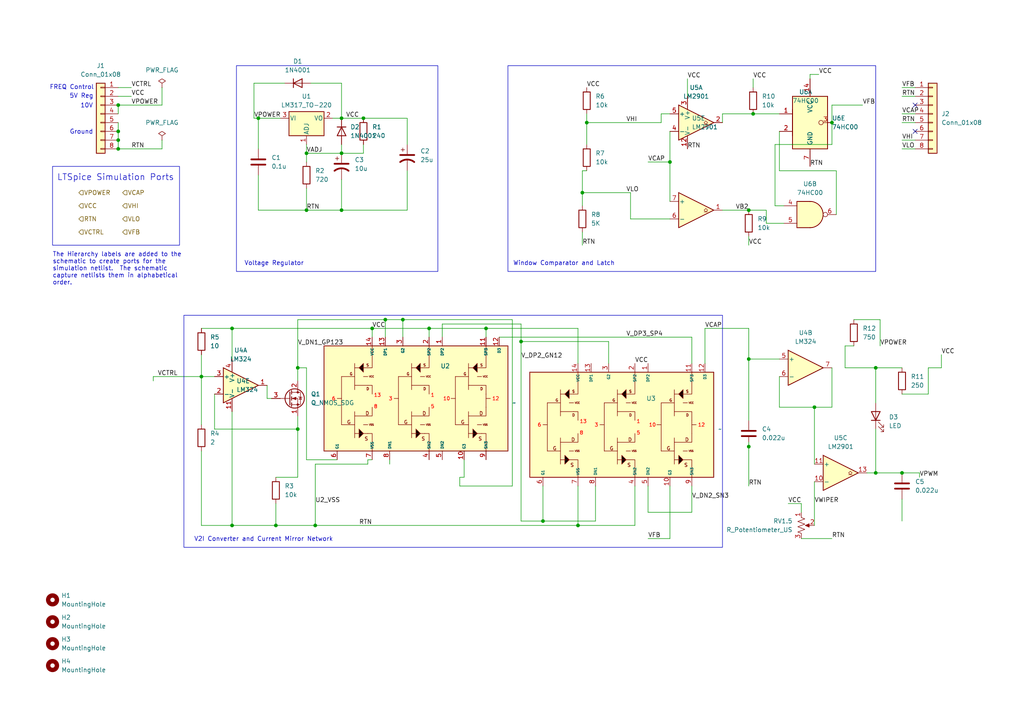
<source format=kicad_sch>
(kicad_sch (version 20231120) (generator "eeschema") (generator_version "8.0")
  (paper "A4")
  (title_block (title "VCO Schematic"))
  (lib_symbols
    (symbol "1N4001:1N4001" (pin_numbers hide) (pin_names hide)
      (property "Reference" "D3" (at -1.2701 2.54 90))
      (property "Value" "1N4001" (at 1.2699 2.54 90))
      (symbol "1N4001_1_1"
        (pin passive line (at -3.81 0 0) (length 2.54) (name "K") (number "1"))
        (pin passive line (at 3.81 0 180) (length 2.54) (name "A") (number "2"))
      )
    )
    (symbol "74HC00:74HC00" (pin_names (offset 1.016))
      (property "Reference" "U6" (at -0.0083 8.89 0))
      (property "Value" "74HC00" (at -0.0083 6.35 0))
      (symbol "74HC00_1_1"
        (pin input line (at -7.62 2.54 0) (length 3.81) (name "~") (number "1"))
        (pin input line (at -7.62 -2.54 0) (length 3.81) (name "~") (number "2"))
        (pin output inverted (at 7.62 0 180) (length 3.81) (name "~") (number "3"))
      )
      (symbol "74HC00_1_2"
        (pin input inverted (at -7.62 2.54 0) (length 4.318) (name "~") (number "1"))
        (pin input inverted (at -7.62 -2.54 0) (length 4.318) (name "~") (number "2"))
        (pin output line (at 7.62 0 180) (length 3.81) (name "~") (number "3"))
      )
      (symbol "74HC00_2_1"
        (pin input line (at -7.62 2.54 0) (length 3.81) (name "~") (number "4"))
        (pin input line (at -7.62 -2.54 0) (length 3.81) (name "~") (number "5"))
        (pin output inverted (at 7.62 0 180) (length 3.81) (name "~") (number "6"))
      )
      (symbol "74HC00_2_2"
        (pin input inverted (at -7.62 2.54 0) (length 4.318) (name "~") (number "4"))
        (pin input inverted (at -7.62 -2.54 0) (length 4.318) (name "~") (number "5"))
        (pin output line (at 7.62 0 180) (length 3.81) (name "~") (number "6"))
      )
      (symbol "74HC00_3_1"
        (pin input line (at -7.62 -2.54 0) (length 3.81) (name "~") (number "10"))
        (pin output inverted (at 7.62 0 180) (length 3.81) (name "~") (number "8"))
        (pin input line (at -7.62 2.54 0) (length 3.81) (name "~") (number "9"))
      )
      (symbol "74HC00_3_2"
        (pin input inverted (at -7.62 -2.54 0) (length 4.318) (name "~") (number "10"))
        (pin output line (at 7.62 0 180) (length 3.81) (name "~") (number "8"))
        (pin input inverted (at -7.62 2.54 0) (length 4.318) (name "~") (number "9"))
      )
      (symbol "74HC00_4_1"
        (pin output inverted (at 7.62 0 180) (length 3.81) (name "~") (number "11"))
        (pin input line (at -7.62 2.54 0) (length 3.81) (name "~") (number "12"))
        (pin input line (at -7.62 -2.54 0) (length 3.81) (name "~") (number "13"))
      )
      (symbol "74HC00_4_2"
        (pin output line (at 7.62 0 180) (length 3.81) (name "~") (number "11"))
        (pin input inverted (at -7.62 2.54 0) (length 4.318) (name "~") (number "12"))
        (pin input inverted (at -7.62 -2.54 0) (length 4.318) (name "~") (number "13"))
      )
      (symbol "74HC00_5_0"
        (pin power_in line (at 0 12.7 270) (length 5.08) (name "VCC") (number "14"))
        (pin power_in line (at 0 -12.7 90) (length 5.08) (name "GND") (number "7"))
      )
    )
    (symbol "C:C" (pin_numbers hide) (pin_names (offset 0.254))
      (property "Reference" "C2" (at 3.81 1.2701 0))
      (property "Value" "0.022u" (at 3.81 -1.2699 0))
      (symbol "C_1_1"
        (pin passive line (at 0 3.81 270) (length 2.794) (name "~") (number "1"))
        (pin passive line (at 0 -3.81 90) (length 2.794) (name "~") (number "2"))
      )
    )
    (symbol "CD4007UBE:CD4007UBE"
      (property "Reference" "U3" (at 27.94 0.6351 0))
      (property "Value" "~" (at 27.94 -1.27 0))
      (symbol "CD4007UBE_1_1"
        (text "1" (at 4.826 1.016 0) (effects (font (size 1.016 1.016))))
        (text "10" (at 8.89 0 0) (effects (font (size 1.016 1.016))))
        (text "12" (at 23.114 0 0) (effects (font (size 1.016 1.016))))
        (text "13" (at -11.176 1.016 0) (effects (font (size 1.016 1.016))))
        (text "3" (at -7.366 0 0) (effects (font (size 1.016 1.016))))
        (text "5" (at 4.826 -2.286 0) (effects (font (size 1.016 1.016))))
        (text "6" (at -23.876 0 0) (effects (font (size 1.016 1.016))))
        (text "8" (at -11.684 -2.286 0) (effects (font (size 1.016 1.016))))
        (text "D" (at -14.732 -4.318 0) (effects (font (size 1.016 1.016)) (justify left)))
        (text "D" (at -14.478 2.794 0) (effects (font (size 0.762 0.762)) (justify left)))
        (text "D" (at 1.778 -4.318 0) (effects (font (size 1.016 1.016)) (justify left)))
        (text "D" (at 2.032 2.794 0) (effects (font (size 0.762 0.762)) (justify left)))
        (text "D" (at 18.288 -4.318 0) (effects (font (size 1.016 1.016)) (justify left)))
        (text "D" (at 18.542 2.794 0) (effects (font (size 0.762 0.762)) (justify left)))
        (text "G" (at -20.066 -6.858 0) (effects (font (size 1.016 1.016)) (justify left)))
        (text "G" (at -19.304 7.112 0) (effects (font (size 0.762 0.762)) (justify left)))
        (text "G" (at -3.556 -6.858 0) (effects (font (size 1.016 1.016)) (justify left)))
        (text "G" (at -2.794 7.112 0) (effects (font (size 0.762 0.762)) (justify left)))
        (text "G" (at 12.954 -6.858 0) (effects (font (size 1.016 1.016)) (justify left)))
        (text "G" (at 13.716 7.112 0) (effects (font (size 0.762 0.762)) (justify left)))
        (text "S" (at -14.986 -11.684 0) (effects (font (size 1.016 1.016)) (justify left)))
        (text "S" (at -14.478 9.652 0) (effects (font (size 0.762 0.762)) (justify left)))
        (text "S" (at 1.524 -11.684 0) (effects (font (size 1.016 1.016)) (justify left)))
        (text "S" (at 2.032 9.652 0) (effects (font (size 0.762 0.762)) (justify left)))
        (text "S" (at 18.034 -11.684 0) (effects (font (size 1.016 1.016)) (justify left)))
        (text "S" (at 18.542 9.652 0) (effects (font (size 0.762 0.762)) (justify left)))
        (text "VCC" (at -13.716 6.35 0) (effects (font (size 0.508 0.508)) (justify left)))
        (text "VCC" (at 2.794 6.35 0) (effects (font (size 0.508 0.508)) (justify left)))
        (text "VCC" (at 19.304 6.35 0) (effects (font (size 0.508 0.508)) (justify left)))
        (text "VSS" (at -13.716 -7.62 0) (effects (font (size 0.508 0.508)) (justify left)))
        (text "VSS" (at 2.794 -7.62 0) (effects (font (size 0.508 0.508)) (justify left)))
        (text "VSS" (at 19.304 -7.62 0) (effects (font (size 0.508 0.508)) (justify left)))
        (pin output line (at 7.62 17.78 270) (length 2.54) (name "DP2") (number "1"))
        (pin input line (at 13.97 -17.78 90) (length 2.54) (name "G3") (number "10"))
        (pin input line (at 20.32 17.78 270) (length 2.54) (name "SP3") (number "11"))
        (pin output line (at 24.13 17.78 270) (length 2.54) (name "D3") (number "12"))
        (pin output line (at -8.89 17.78 270) (length 2.54) (name "DP1") (number "13"))
        (pin input line (at -12.7 17.78 270) (length 2.54) (name "VCC") (number "14"))
        (pin input line (at 3.81 17.78 270) (length 2.54) (name "SP2") (number "2"))
        (pin input line (at -3.81 17.78 270) (length 2.54) (name "G2") (number "3"))
        (pin input line (at 3.81 -17.78 90) (length 2.54) (name "SN2") (number "4"))
        (pin output line (at 7.62 -17.78 90) (length 2.54) (name "DN2") (number "5"))
        (pin input line (at -22.86 -17.78 90) (length 2.54) (name "G1") (number "6"))
        (pin input line (at -12.7 -17.78 90) (length 2.54) (name "VSS") (number "7"))
        (pin output line (at -7.62 -17.78 90) (length 2.54) (name "DN1") (number "8"))
        (pin input line (at 20.32 -17.78 90) (length 2.54) (name "SN3") (number "9"))
      )
    )
    (symbol "C_polarized_us:C_Polarized_US" (pin_numbers hide) (pin_names (offset 0.254) hide)
      (property "Reference" "C1" (at 3.81 1.9051 0))
      (property "Value" "10u" (at 3.81 -0.6349 0))
      (symbol "C_Polarized_US_1_1"
        (pin passive line (at 0 3.81 270) (length 2.794) (name "~") (number "1"))
        (pin passive line (at 0 -3.81 90) (length 3.302) (name "~") (number "2"))
      )
    )
    (symbol "Conn_01x08:Conn_01x08" (pin_names (offset 1.016) hide)
      (property "Reference" "J1" (at 0 13.97 0))
      (property "Value" "Conn_01x08" (at 0 11.43 0))
      (symbol "Conn_01x08_1_1"
        (pin passive line (at -5.08 7.62 0) (length 3.81) (name "Pin_1") (number "1"))
        (pin passive line (at -5.08 5.08 0) (length 3.81) (name "Pin_2") (number "2"))
        (pin passive line (at -5.08 2.54 0) (length 3.81) (name "Pin_3") (number "3"))
        (pin passive line (at -5.08 0 0) (length 3.81) (name "Pin_4") (number "4"))
        (pin passive line (at -5.08 -2.54 0) (length 3.81) (name "Pin_5") (number "5"))
        (pin passive line (at -5.08 -5.08 0) (length 3.81) (name "Pin_6") (number "6"))
        (pin passive line (at -5.08 -7.62 0) (length 3.81) (name "Pin_7") (number "7"))
        (pin passive line (at -5.08 -10.16 0) (length 3.81) (name "Pin_8") (number "8"))
      )
    )
    (symbol "LED:LED" (pin_numbers hide) (pin_names (offset 1.016) hide)
      (property "Reference" "D1" (at -1.5875 6.35 0))
      (property "Value" "LED" (at -1.5875 3.81 0))
      (symbol "LED_1_1"
        (pin passive line (at -3.81 0 0) (length 2.54) (name "K") (number "1"))
        (pin passive line (at 3.81 0 180) (length 2.54) (name "A") (number "2"))
      )
    )
    (symbol "LM2901:LM2901" (pin_names (offset 0.127))
      (property "Reference" "U5" (at 0 10.16 0))
      (property "Value" "LM2901" (at 0 7.62 0))
      (symbol "LM2901_1_1"
        (pin open_collector line (at 7.62 0 180) (length 2.54) (name "~") (number "2"))
        (pin input line (at -7.62 -2.54 0) (length 2.54) (name "-") (number "4"))
        (pin input line (at -7.62 2.54 0) (length 2.54) (name "+") (number "5"))
      )
      (symbol "LM2901_2_1"
        (pin open_collector line (at 7.62 0 180) (length 2.54) (name "~") (number "1"))
        (pin input line (at -7.62 -2.54 0) (length 2.54) (name "-") (number "6"))
        (pin input line (at -7.62 2.54 0) (length 2.54) (name "+") (number "7"))
      )
      (symbol "LM2901_3_1"
        (pin input line (at -7.62 -2.54 0) (length 2.54) (name "-") (number "10"))
        (pin input line (at -7.62 2.54 0) (length 2.54) (name "+") (number "11"))
        (pin open_collector line (at 7.62 0 180) (length 2.54) (name "~") (number "13"))
      )
      (symbol "LM2901_4_1"
        (pin open_collector line (at 7.62 0 180) (length 2.54) (name "~") (number "14"))
        (pin input line (at -7.62 -2.54 0) (length 2.54) (name "-") (number "8"))
        (pin input line (at -7.62 2.54 0) (length 2.54) (name "+") (number "9"))
      )
      (symbol "LM2901_5_1"
        (pin power_in line (at -2.54 -7.62 90) (length 3.81) (name "V-") (number "12"))
        (pin power_in line (at -2.54 7.62 270) (length 3.81) (name "V+") (number "3"))
      )
    )
    (symbol "LM317_to-220:LM317_TO-220" (pin_names (offset 0.254))
      (property "Reference" "U3" (at 0 6.35 0))
      (property "Value" "LM317_TO-220" (at 0 3.81 0))
      (symbol "LM317_TO-220_1_1"
        (pin input line (at 0 -7.62 90) (length 2.54) (name "ADJ") (number "1"))
        (pin power_out line (at 7.62 0 180) (length 2.54) (name "VO") (number "2"))
        (pin power_in line (at -7.62 0 0) (length 2.54) (name "VI") (number "3"))
      )
    )
    (symbol "LM324:LM324" (pin_names (offset 0.127))
      (property "Reference" "U2" (at 0 10.16 0))
      (property "Value" "LM324" (at 0 7.62 0))
      (symbol "LM324_1_1"
        (pin output line (at 7.62 0 180) (length 2.54) (name "~") (number "1"))
        (pin input line (at -7.62 -2.54 0) (length 2.54) (name "-") (number "2"))
        (pin input line (at -7.62 2.54 0) (length 2.54) (name "+") (number "3"))
      )
      (symbol "LM324_2_1"
        (pin input line (at -7.62 2.54 0) (length 2.54) (name "+") (number "5"))
        (pin input line (at -7.62 -2.54 0) (length 2.54) (name "-") (number "6"))
        (pin output line (at 7.62 0 180) (length 2.54) (name "~") (number "7"))
      )
      (symbol "LM324_3_1"
        (pin input line (at -7.62 2.54 0) (length 2.54) (name "+") (number "10"))
        (pin output line (at 7.62 0 180) (length 2.54) (name "~") (number "8"))
        (pin input line (at -7.62 -2.54 0) (length 2.54) (name "-") (number "9"))
      )
      (symbol "LM324_4_1"
        (pin input line (at -7.62 2.54 0) (length 2.54) (name "+") (number "12"))
        (pin input line (at -7.62 -2.54 0) (length 2.54) (name "-") (number "13"))
        (pin output line (at 7.62 0 180) (length 2.54) (name "~") (number "14"))
      )
      (symbol "LM324_5_1"
        (pin power_in line (at -2.54 -7.62 90) (length 3.81) (name "V-") (number "11"))
        (pin power_in line (at -2.54 7.62 270) (length 3.81) (name "V+") (number "4"))
      )
    )
    (symbol "Mountinghole:MountingHole" (pin_names (offset 1.016)) (exclude_from_sim yes) (in_bom no)
      (property "Reference" "H1" (at 2.54 1.2701 0))
      (property "Value" "MountingHole" (at 2.54 -1.2699 0))
    )
    (symbol "Q_nmos_sdg:Q_NMOS_SDG" (pin_names (offset 0) hide)
      (property "Reference" "Q1" (at 6.35 1.2701 0))
      (property "Value" "Q_NMOS_SDG" (at 6.35 -1.2699 0))
      (symbol "Q_NMOS_SDG_1_1"
        (pin passive line (at 2.54 -5.08 90) (length 2.54) (name "S") (number "1"))
        (pin passive line (at 2.54 5.08 270) (length 2.54) (name "D") (number "2"))
        (pin input line (at -5.08 0 0) (length 2.54) (name "G") (number "3"))
      )
    )
    (symbol "R:R" (pin_numbers hide) (pin_names (offset 0))
      (property "Reference" "R1" (at 2.54 1.2701 0))
      (property "Value" "10k" (at 2.54 -1.2699 0))
      (symbol "R_1_1"
        (pin passive line (at 0 3.81 270) (length 1.27) (name "~") (number "1"))
        (pin passive line (at 0 -3.81 90) (length 1.27) (name "~") (number "2"))
      )
    )
    (symbol "R_potentiometer_us:R_Potentiometer_US" (pin_names (offset 1.016) hide)
      (property "Reference" "RV1" (at -2.54 1.2701 0))
      (property "Value" "R_Potentiometer_US" (at -2.54 -1.2699 0))
      (symbol "R_Potentiometer_US_1_1"
        (pin passive line (at 0 3.81 270) (length 1.27) (name "1") (number "1"))
        (pin passive line (at 3.81 0 180) (length 1.27) (name "2") (number "2"))
        (pin passive line (at 0 -3.81 90) (length 1.27) (name "3") (number "3"))
      )
    )
    (symbol "power:PWR_FLAG" (power) (pin_numbers hide) (pin_names (offset 0) hide)
      (property "Value" "PWR_FLAG" (at 0 3.81 0))
      (symbol "PWR_FLAG_0_0"
        (pin power_out line (at 0 0 90) (length 0) (name "~") (number "1"))
      )
    )
  )
  (junction (at 80.01 152.4))
  (junction (at 167.64 152.4))
  (junction (at 58.42 109.22))
  (junction (at 91.44 152.4))
  (junction (at 170.18 35.56))
  (junction (at 74.93 34.29))
  (junction (at 140.97 95.25))
  (junction (at 86.36 106.68))
  (junction (at 107.95 95.25))
  (junction (at 254 137.16))
  (junction (at 157.48 151.13))
  (junction (at 34.29 30.48))
  (junction (at 124.46 95.25))
  (junction (at 99.06 34.29))
  (junction (at 67.31 152.4))
  (junction (at 194.31 46.99))
  (junction (at 99.06 60.96))
  (junction (at 116.84 92.71))
  (junction (at 151.13 99.06))
  (junction (at 261.62 137.16))
  (junction (at 254 106.68))
  (junction (at 88.9 44.45))
  (junction (at 241.3 35.56))
  (junction (at 217.17 60.96))
  (junction (at 168.91 55.88))
  (junction (at 34.29 40.64))
  (junction (at 217.17 129.54))
  (junction (at 34.29 38.1))
  (junction (at 218.44 33.02))
  (junction (at 34.29 43.18))
  (junction (at 88.9 60.96))
  (junction (at 111.76 92.71))
  (junction (at 105.41 34.29))
  (junction (at 236.22 118.11))
  (junction (at 99.06 44.45))
  (junction (at 217.17 104.14))
  (junction (at 67.31 95.25))
  (junction (at 86.36 124.46))
  (no_connect (at 265.43 38.1))
  (no_connect (at 265.43 30.48))
  (wire (pts (xy 58.42 152.4) (xy 67.31 152.4)))
  (wire (pts (xy 91.44 152.4) (xy 167.64 152.4)))
  (wire (pts (xy 58.42 109.22) (xy 58.42 123.19)))
  (wire (pts (xy 254 137.16) (xy 254 124.46)))
  (wire (pts (xy 113.03 133.35) (xy 113.03 134.62)))
  (wire (pts (xy 151.13 93.98) (xy 151.13 99.06)))
  (wire (pts (xy 86.36 106.68) (xy 86.36 110.49)))
  (wire (pts (xy 88.9 41.91) (xy 88.9 44.45)))
  (wire (pts (xy 254 137.16) (xy 261.62 137.16)))
  (wire (pts (xy 170.18 35.56) (xy 170.18 41.91)))
  (wire (pts (xy 74.93 34.29) (xy 81.28 34.29)))
  (wire (pts (xy 217.17 104.14) (xy 226.06 104.14)))
  (wire (pts (xy 170.18 33.02) (xy 170.18 35.56)))
  (wire (pts (xy 242.57 49.53) (xy 242.57 62.23)))
  (wire (pts (xy 218.44 33.02) (xy 226.06 33.02)))
  (wire (pts (xy 134.62 133.35) (xy 134.62 138.43)))
  (wire (pts (xy 226.06 38.1) (xy 226.06 49.53)))
  (wire (pts (xy 168.91 49.53) (xy 170.18 49.53)))
  (wire (pts (xy 80.01 138.43) (xy 86.36 138.43)))
  (wire (pts (xy 191.77 35.56) (xy 191.77 33.02)))
  (wire (pts (xy 144.78 97.79) (xy 200.66 97.79)))
  (wire (pts (xy 111.76 92.71) (xy 111.76 97.79)))
  (wire (pts (xy 269.24 114.3) (xy 269.24 106.68)))
  (wire (pts (xy 184.15 152.4) (xy 167.64 152.4)))
  (wire (pts (xy 97.79 133.35) (xy 88.9 133.35)))
  (wire (pts (xy 236.22 118.11) (xy 236.22 134.62)))
  (wire (pts (xy 241.3 41.91) (xy 241.3 35.56)))
  (wire (pts (xy 124.46 95.25) (xy 124.46 97.79)))
  (wire (pts (xy 209.55 35.56) (xy 209.55 33.02)))
  (wire (pts (xy 204.47 95.25) (xy 217.17 95.25)))
  (wire (pts (xy 273.05 102.87) (xy 273.05 106.68)))
  (wire (pts (xy 199.39 22.86) (xy 199.39 27.94)))
  (wire (pts (xy 151.13 99.06) (xy 151.13 151.13)))
  (wire (pts (xy 99.06 24.13) (xy 99.06 34.29)))
  (wire (pts (xy 184.15 140.97) (xy 184.15 152.4)))
  (wire (pts (xy 73.66 34.29) (xy 74.93 34.29)))
  (wire (pts (xy 241.3 106.68) (xy 241.3 118.11)))
  (wire (pts (xy 99.06 60.96) (xy 118.11 60.96)))
  (wire (pts (xy 44.45 109.22) (xy 44.45 110.49)))
  (wire (pts (xy 217.17 129.54) (xy 217.17 140.97)))
  (wire (pts (xy 245.11 106.68) (xy 245.11 100.33)))
  (wire (pts (xy 234.95 21.59) (xy 237.49 21.59)))
  (wire (pts (xy 86.36 92.71) (xy 86.36 106.68)))
  (wire (pts (xy 222.25 64.77) (xy 227.33 64.77)))
  (wire (pts (xy 194.31 46.99) (xy 194.31 58.42)))
  (wire (pts (xy 99.06 34.29) (xy 105.41 34.29)))
  (wire (pts (xy 200.66 97.79) (xy 200.66 105.41)))
  (wire (pts (xy 232.41 156.21) (xy 241.3 156.21)))
  (wire (pts (xy 217.17 128.27) (xy 217.17 129.54)))
  (wire (pts (xy 116.84 97.79) (xy 116.84 92.71)))
  (wire (pts (xy 74.93 50.8) (xy 74.93 60.96)))
  (wire (pts (xy 191.77 33.02) (xy 194.31 33.02)))
  (wire (pts (xy 111.76 92.71) (xy 86.36 92.71)))
  (wire (pts (xy 90.17 24.13) (xy 99.06 24.13)))
  (wire (pts (xy 261.62 114.3) (xy 269.24 114.3)))
  (wire (pts (xy 34.29 43.18) (xy 46.99 43.18)))
  (wire (pts (xy 133.35 138.43) (xy 133.35 140.97)))
  (wire (pts (xy 209.55 60.96) (xy 217.17 60.96)))
  (wire (pts (xy 182.88 55.88) (xy 168.91 55.88)))
  (wire (pts (xy 105.41 41.91) (xy 105.41 44.45)))
  (wire (pts (xy 182.88 63.5) (xy 182.88 55.88)))
  (wire (pts (xy 269.24 106.68) (xy 273.05 106.68)))
  (wire (pts (xy 34.29 40.64) (xy 34.29 43.18)))
  (wire (pts (xy 217.17 95.25) (xy 217.17 104.14)))
  (wire (pts (xy 88.9 60.96) (xy 99.06 60.96)))
  (wire (pts (xy 148.59 140.97) (xy 148.59 92.71)))
  (wire (pts (xy 99.06 52.07) (xy 99.06 60.96)))
  (wire (pts (xy 254 116.84) (xy 254 106.68)))
  (wire (pts (xy 80.01 152.4) (xy 91.44 152.4)))
  (wire (pts (xy 99.06 44.45) (xy 105.41 44.45)))
  (wire (pts (xy 107.95 133.35) (xy 106.68 133.35)))
  (wire (pts (xy 118.11 41.91) (xy 118.11 34.29)))
  (wire (pts (xy 148.59 92.71) (xy 116.84 92.71)))
  (wire (pts (xy 172.72 140.97) (xy 172.72 151.13)))
  (wire (pts (xy 265.43 25.4) (xy 261.62 25.4)))
  (wire (pts (xy 187.96 148.59) (xy 200.66 148.59)))
  (wire (pts (xy 194.31 63.5) (xy 182.88 63.5)))
  (wire (pts (xy 170.18 35.56) (xy 191.77 35.56)))
  (wire (pts (xy 167.64 105.41) (xy 167.64 95.25)))
  (wire (pts (xy 168.91 55.88) (xy 168.91 49.53)))
  (wire (pts (xy 77.47 115.57) (xy 78.74 115.57)))
  (wire (pts (xy 88.9 44.45) (xy 99.06 44.45)))
  (wire (pts (xy 133.35 140.97) (xy 148.59 140.97)))
  (wire (pts (xy 140.97 95.25) (xy 167.64 95.25)))
  (wire (pts (xy 58.42 95.25) (xy 67.31 95.25)))
  (wire (pts (xy 266.7 137.16) (xy 266.7 138.43)))
  (wire (pts (xy 224.79 41.91) (xy 224.79 59.69)))
  (wire (pts (xy 168.91 59.69) (xy 168.91 55.88)))
  (wire (pts (xy 234.95 22.86) (xy 234.95 21.59)))
  (wire (pts (xy 34.29 30.48) (xy 34.29 33.02)))
  (wire (pts (xy 62.23 124.46) (xy 86.36 124.46)))
  (wire (pts (xy 88.9 106.68) (xy 86.36 106.68)))
  (wire (pts (xy 67.31 152.4) (xy 80.01 152.4)))
  (wire (pts (xy 265.43 27.94) (xy 261.62 27.94)))
  (wire (pts (xy 88.9 44.45) (xy 88.9 46.99)))
  (wire (pts (xy 209.55 33.02) (xy 218.44 33.02)))
  (wire (pts (xy 187.96 46.99) (xy 194.31 46.99)))
  (wire (pts (xy 217.17 60.96) (xy 222.25 60.96)))
  (wire (pts (xy 67.31 104.14) (xy 67.31 95.25)))
  (wire (pts (xy 217.17 68.58) (xy 217.17 71.12)))
  (wire (pts (xy 232.41 146.05) (xy 232.41 148.59)))
  (wire (pts (xy 265.43 35.56) (xy 261.62 35.56)))
  (wire (pts (xy 86.36 120.65) (xy 86.36 124.46)))
  (wire (pts (xy 58.42 130.81) (xy 58.42 152.4)))
  (wire (pts (xy 86.36 124.46) (xy 86.36 138.43)))
  (wire (pts (xy 204.47 95.25) (xy 204.47 105.41)))
  (wire (pts (xy 167.64 140.97) (xy 167.64 152.4)))
  (wire (pts (xy 261.62 137.16) (xy 266.7 137.16)))
  (wire (pts (xy 157.48 140.97) (xy 157.48 151.13)))
  (wire (pts (xy 118.11 49.53) (xy 118.11 60.96)))
  (wire (pts (xy 241.3 30.48) (xy 241.3 35.56)))
  (wire (pts (xy 168.91 67.31) (xy 168.91 71.12)))
  (wire (pts (xy 217.17 104.14) (xy 217.17 121.92)))
  (wire (pts (xy 218.44 22.86) (xy 218.44 25.4)))
  (wire (pts (xy 34.29 38.1) (xy 34.29 40.64)))
  (wire (pts (xy 91.44 134.62) (xy 91.44 152.4)))
  (wire (pts (xy 251.46 137.16) (xy 254 137.16)))
  (wire (pts (xy 34.29 35.56) (xy 34.29 38.1)))
  (wire (pts (xy 96.52 34.29) (xy 99.06 34.29)))
  (wire (pts (xy 107.95 97.79) (xy 107.95 95.25)))
  (wire (pts (xy 261.62 144.78) (xy 261.62 151.13)))
  (wire (pts (xy 105.41 34.29) (xy 118.11 34.29)))
  (wire (pts (xy 222.25 60.96) (xy 222.25 64.77)))
  (wire (pts (xy 187.96 148.59) (xy 187.96 140.97)))
  (wire (pts (xy 67.31 95.25) (xy 107.95 95.25)))
  (wire (pts (xy 58.42 109.22) (xy 44.45 109.22)))
  (wire (pts (xy 265.43 33.02) (xy 261.62 33.02)))
  (wire (pts (xy 34.29 25.4) (xy 38.1 25.4)))
  (wire (pts (xy 58.42 102.87) (xy 58.42 109.22)))
  (wire (pts (xy 67.31 119.38) (xy 67.31 152.4)))
  (wire (pts (xy 124.46 95.25) (xy 140.97 95.25)))
  (wire (pts (xy 176.53 105.41) (xy 176.53 99.06)))
  (wire (pts (xy 228.6 146.05) (xy 232.41 146.05)))
  (wire (pts (xy 82.55 24.13) (xy 73.66 24.13)))
  (wire (pts (xy 73.66 24.13) (xy 73.66 34.29)))
  (wire (pts (xy 236.22 139.7) (xy 236.22 152.4)))
  (wire (pts (xy 241.3 118.11) (xy 236.22 118.11)))
  (wire (pts (xy 34.29 30.48) (xy 46.99 30.48)))
  (wire (pts (xy 187.96 156.21) (xy 194.31 156.21)))
  (wire (pts (xy 46.99 40.64) (xy 46.99 43.18)))
  (wire (pts (xy 200.66 148.59) (xy 200.66 140.97)))
  (wire (pts (xy 194.31 140.97) (xy 194.31 156.21)))
  (wire (pts (xy 77.47 111.76) (xy 77.47 115.57)))
  (wire (pts (xy 227.33 59.69) (xy 224.79 59.69)))
  (wire (pts (xy 176.53 99.06) (xy 151.13 99.06)))
  (wire (pts (xy 140.97 95.25) (xy 140.97 97.79)))
  (wire (pts (xy 88.9 54.61) (xy 88.9 60.96)))
  (wire (pts (xy 226.06 118.11) (xy 236.22 118.11)))
  (wire (pts (xy 34.29 27.94) (xy 38.1 27.94)))
  (wire (pts (xy 88.9 133.35) (xy 88.9 106.68)))
  (wire (pts (xy 128.27 93.98) (xy 128.27 97.79)))
  (wire (pts (xy 106.68 134.62) (xy 91.44 134.62)))
  (wire (pts (xy 247.65 92.71) (xy 255.27 92.71)))
  (wire (pts (xy 151.13 151.13) (xy 157.48 151.13)))
  (wire (pts (xy 74.93 43.18) (xy 74.93 34.29)))
  (wire (pts (xy 226.06 49.53) (xy 242.57 49.53)))
  (wire (pts (xy 107.95 95.25) (xy 124.46 95.25)))
  (wire (pts (xy 265.43 40.64) (xy 261.62 40.64)))
  (wire (pts (xy 245.11 100.33) (xy 247.65 100.33)))
  (wire (pts (xy 80.01 146.05) (xy 80.01 152.4)))
  (wire (pts (xy 46.99 25.4) (xy 46.99 30.48)))
  (wire (pts (xy 62.23 114.3) (xy 62.23 124.46)))
  (wire (pts (xy 255.27 92.71) (xy 255.27 100.33)))
  (wire (pts (xy 194.31 38.1) (xy 194.31 46.99)))
  (wire (pts (xy 224.79 41.91) (xy 241.3 41.91)))
  (wire (pts (xy 74.93 60.96) (xy 88.9 60.96)))
  (wire (pts (xy 250.19 30.48) (xy 241.3 30.48)))
  (wire (pts (xy 62.23 109.22) (xy 58.42 109.22)))
  (wire (pts (xy 134.62 138.43) (xy 133.35 138.43)))
  (wire (pts (xy 226.06 109.22) (xy 226.06 118.11)))
  (wire (pts (xy 99.06 41.91) (xy 99.06 44.45)))
  (wire (pts (xy 254 106.68) (xy 261.62 106.68)))
  (wire (pts (xy 151.13 93.98) (xy 128.27 93.98)))
  (wire (pts (xy 106.68 133.35) (xy 106.68 134.62)))
  (wire (pts (xy 116.84 92.71) (xy 111.76 92.71)))
  (wire (pts (xy 245.11 106.68) (xy 254 106.68)))
  (wire (pts (xy 157.48 151.13) (xy 172.72 151.13)))
  (wire (pts (xy 265.43 43.18) (xy 261.62 43.18)))
  (rectangle (start 147.32 19.05) (end 254 78.74))
  (rectangle (start 53.34 91.44) (end 209.55 158.75))
  (rectangle (start 68.58 19.05) (end 127 78.74))
  (rectangle (start 15.24 48.26) (end 52.07 71.12))
  (text "5V Reg" (at 23.622 27.94 0) (effects (font (size 1.27 1.27))))
  (text "V2I Converter and Current Mirror Network" (at 76.454 156.464 0) (effects (font (size 1.27 1.27))))
  (text "Ground" (at 23.622 38.354 0) (effects (font (size 1.27 1.27))))
  (text "LTSpice Simulation Ports" (at 33.528 51.562 0) (effects (font (size 1.778 1.778))))
  (text "10V" (at 25.146 30.734 0) (effects (font (size 1.27 1.27))))
  (text "Window Comparator and Latch" (at 163.576 76.454 0) (effects (font (size 1.27 1.27))))
  (text "FREQ Control" (at 20.828 25.4 0) (effects (font (size 1.27 1.27))))
  (text "Voltage Regulator" (at 79.502 76.454 0) (effects (font (size 1.27 1.27))))
  (text "The Hierarchy labels are added to the\nschematic to create ports for the\nsimulation netlist.  The schematic \ncapture netlists them in alphabetical\norder." (at 15.24 77.978 0) (effects (font (size 1.27 1.27)) (justify left)))
  (label "V_DN2_SN3" (at 200.66 144.78 0))
  (label "VCAP" (at 204.47 95.25 0))
  (label "RTN" (at 104.14 152.4 0))
  (label "V_DP2_GN12" (at 151.13 104.14 0))
  (label "VLO" (at 261.62 43.18 0))
  (label "VCC" (at 218.44 22.86 0))
  (label "VFB" (at 261.62 25.4 0))
  (label "VWIPER" (at 236.22 146.05 0))
  (label "VFB" (at 250.19 30.48 0))
  (label "V_DN1_GP123" (at 86.36 100.33 0))
  (label "VCC" (at 237.49 21.59 0))
  (label "VADJ" (at 88.9 44.45 0))
  (label "VCC" (at 170.18 25.4 0))
  (label "VPOWER" (at 73.66 34.29 0))
  (label "VCC" (at 228.6 146.05 0))
  (label "VPOWER" (at 38.1 30.48 0))
  (label "VPWM" (at 266.7 138.43 0))
  (label "RTN" (at 234.95 48.26 0))
  (label "VCC" (at 273.05 102.87 0))
  (label "VCTRL" (at 38.1 25.4 0))
  (label "RTN" (at 199.39 43.18 0))
  (label "RTN" (at 261.62 27.94 0))
  (label "VPOWER" (at 255.27 100.33 0))
  (label "VCTRL" (at 45.72 109.22 0))
  (label "VCAP" (at 187.96 46.99 0))
  (label "VCC" (at 107.95 95.25 0))
  (label "RTN" (at 241.3 156.21 0))
  (label "VLO" (at 181.61 55.88 0))
  (label "VCC" (at 184.15 105.41 0))
  (label "U2_VSS" (at 91.44 146.05 0))
  (label "RTN" (at 217.17 140.97 0))
  (label "VCC" (at 38.1 27.94 0))
  (label "VHI" (at 261.62 40.64 0))
  (label "RTN" (at 261.62 35.56 0))
  (label "RTN" (at 38.1 43.18 0))
  (label "VCC" (at 199.39 22.86 0))
  (label "VFB" (at 187.96 156.21 0))
  (label "VCAP" (at 261.62 33.02 0))
  (label "RTN" (at 168.91 71.12 0))
  (label "VCC" (at 100.33 34.29 0))
  (label "VCC" (at 217.17 71.12 0))
  (label "VB2" (at 213.36 60.96 0))
  (label "V_DP3_SP4" (at 181.61 97.79 0))
  (label "RTN" (at 88.9 60.96 0))
  (label "VHI" (at 181.61 35.56 0))
  (hierarchical_label "VHI" (shape input) (at 35.56 59.69 0))
  (hierarchical_label "VCTRL" (shape input) (at 22.86 67.31 0))
  (hierarchical_label "VPOWER" (shape input) (at 22.86 55.88 0))
  (hierarchical_label "VCC" (shape input) (at 22.86 59.69 0))
  (hierarchical_label "VCAP" (shape input) (at 35.56 55.88 0))
  (hierarchical_label "RTN" (shape input) (at 22.86 63.5 0))
  (hierarchical_label "VFB" (shape input) (at 35.56 67.31 0))
  (hierarchical_label "VLO" (shape input) (at 35.56 63.5 0))
  (symbol (lib_id "LM2901:LM2901") (at 201.93 35.56 0) (unit 1)
    (property "Reference" "U5" (at 201.93 25.4 0))
    (property "Value" "LM2901" (at 201.93 27.94 0))
    (property "Footprint" "Package_DIP:DIP-14_W7.62mm_Socket_LongPads" (effects (hide yes)))
    (property "Datasheet" "https://www.st.com/resource/en/datasheet/lm2901.pdf" (effects (hide yes)))
    (property "Description" "Quad Differential Comparators, DIP-14/SOIC-14/TSSOP-14" (effects (hide yes)))
    (property "Sim.Library" "Models\\kicad netlist.lib" (effects (hide yes)))
    (property "Sim.Name" "LM2901" (effects (hide yes)))
    (property "Sim.Device" "SUBCKT" (effects (hide yes)))
    (property "Sim.Pins" "1=1 2=2 3=3 4=4 5=5 6=6 7=7 8=8 9=9 10=10 11=11 12=12 13=13 14=14" (effects (hide yes)))
  )
  (symbol (lib_id "Mountinghole:MountingHole") (at 15.24 173.99 0) (unit 1) (exclude_from_sim yes) (in_bom no)
    (property "Reference" "H1" (at 17.78 172.7199 0) (effects (justify left)))
    (property "Value" "MountingHole" (at 17.78 175.2599 0) (effects (justify left)))
    (property "Footprint" "MountingHole:MountingHole_3.2mm_M3_ISO14580_Pad_TopBottom" (effects (hide yes)))
    (property "Description" "Mounting Hole without connection" (effects (hide yes)))
  )
  (symbol (lib_id "R:R") (at 170.18 29.21 0) (unit 1)
    (property "Reference" "R6" (at 172.72 27.9399 0) (effects (justify left)))
    (property "Value" "10k" (at 172.72 30.4799 0) (effects (justify left)))
    (property "Footprint" "Resistor_THT:R_Axial_DIN0207_L6.3mm_D2.5mm_P15.24mm_Horizontal" (effects (hide yes)))
    (property "Description" "Resistor" (effects (hide yes)))
  )
  (symbol (lib_id "Conn_01x08:Conn_01x08") (at 29.21 33.02 0) (mirror y) (unit 1) (exclude_from_sim yes)
    (property "Reference" "J1" (at 29.21 19.05 0))
    (property "Value" "Conn_01x08" (at 29.21 21.59 0))
    (property "Footprint" "Connector_PinHeader_2.54mm:PinHeader_1x08_P2.54mm_Vertical" (effects (hide yes)))
    (property "Description" "Generic connector, single row, 01x08, script generated (kicad-library-utils/schlib/autogen/connector/)" (effects (hide yes)))
  )
  (symbol (lib_id "Mountinghole:MountingHole") (at 15.24 186.69 0) (unit 1) (exclude_from_sim yes) (in_bom no)
    (property "Reference" "H3" (at 17.78 185.4199 0) (effects (justify left)))
    (property "Value" "MountingHole" (at 17.78 187.9599 0) (effects (justify left)))
    (property "Footprint" "MountingHole:MountingHole_3.2mm_M3_ISO14580_Pad_TopBottom" (effects (hide yes)))
    (property "Description" "Mounting Hole without connection" (effects (hide yes)))
  )
  (symbol (lib_id "74HC00:74HC00") (at 234.95 62.23 0) (unit 2)
    (property "Reference" "U6" (at 234.9417 53.34 0))
    (property "Value" "74HC00" (at 234.9417 55.88 0))
    (property "Footprint" "Package_DIP:DIP-14_W7.62mm_Socket_LongPads" (effects (hide yes)))
    (property "Datasheet" "http://www.ti.com/lit/gpn/sn74hc00" (effects (hide yes)))
    (property "Description" "quad 2-input NAND gate" (effects (hide yes)))
    (property "Sim.Library" "Models\\kicad netlist.lib" (effects (hide yes)))
    (property "Sim.Name" "74HC00" (effects (hide yes)))
    (property "Sim.Device" "SUBCKT" (effects (hide yes)))
    (property "Sim.Pins" "1=1 2=2 3=3 4=4 5=5 6=6 7=7 8=8 9=9 10=10 11=11 12=12 13=13 14=14" (effects (hide yes)))
  )
  (symbol (lib_id "CD4007UBE:CD4007UBE") (at 180.34 123.19 0) (unit 1)
    (property "Reference" "U3" (at 187.452 115.57 0) (effects (justify left)))
    (property "Value" "~" (at 208.28 124.46 0) (effects (justify left)))
    (property "Footprint" "Package_DIP:DIP-14_W7.62mm_Socket_LongPads" (effects (hide yes)))
    (property "Sim.Library" "Models\\kicad netlist.lib" (effects (hide yes)))
    (property "Sim.Name" "CD4007UBE" (effects (hide yes)))
    (property "Sim.Device" "SUBCKT" (effects (hide yes)))
    (property "Sim.Pins" "1=1 2=2 3=3 4=4 5=5 6=6 7=7 8=8 9=9 10=10 11=11 12=12 13=13 14=14" (effects (hide yes)))
  )
  (symbol (lib_id "LM324:LM324") (at 69.85 111.76 0) (unit 5)
    (property "Reference" "U4" (at 68.58 110.4899 0) (effects (justify left)))
    (property "Value" "LM324" (at 68.58 113.0299 0) (effects (justify left)))
    (property "Footprint" "Package_DIP:DIP-14_W7.62mm_Socket_LongPads" (effects (hide yes)))
    (property "Datasheet" "http://www.ti.com/lit/ds/symlink/lm2902-n.pdf" (effects (hide yes)))
    (property "Description" "Low-Power, Quad-Operational Amplifiers, DIP-14/SOIC-14/SSOP-14" (effects (hide yes)))
    (property "Sim.Library" "Models\\kicad netlist.lib" (effects (hide yes)))
    (property "Sim.Name" "LM324" (effects (hide yes)))
    (property "Sim.Device" "SUBCKT" (effects (hide yes)))
    (property "Sim.Pins" "1=1 2=2 3=3 4=4 5=5 6=6 7=7 8=8 9=9 10=10 11=11 12=12 13=13 14=14" (effects (hide yes)))
  )
  (symbol (lib_id "power:PWR_FLAG") (at 46.99 40.64 0) (unit 1)
    (property "Reference" "#FLG03" (effects (hide yes)))
    (property "Value" "PWR_FLAG" (at 46.99 35.56 0))
    (property "Description" "Special symbol for telling ERC where power comes from" (effects (hide yes)))
  )
  (symbol (lib_id "R_potentiometer_us:R_Potentiometer_US") (at 232.41 152.4 0) (unit 1)
    (property "Reference" "RV1.5" (at 229.87 151.1299 0) (effects (justify right)))
    (property "Value" "R_Potentiometer_US" (at 229.87 153.6699 0) (effects (justify right)))
    (property "Footprint" "Potentiometer_THT:Potentiometer_Alps_RK09Y11_Single_Horizontal" (effects (hide yes)))
    (property "Description" "Potentiometer, US symbol" (effects (hide yes)))
    (property "Sim.Library" "Models\\kicad netlist.lib" (effects (hide yes)))
    (property "Sim.Name" "R_Potentiometer_US" (effects (hide yes)))
    (property "Sim.Device" "SUBCKT" (effects (hide yes)))
    (property "Sim.Pins" "1=1 2=2 3=3" (effects (hide yes)))
  )
  (symbol (lib_id "C_polarized_us:C_Polarized_US") (at 118.11 45.72 0) (unit 1)
    (property "Reference" "C2" (at 121.92 43.8149 0) (effects (justify left)))
    (property "Value" "25u" (at 121.92 46.3549 0) (effects (justify left)))
    (property "Footprint" "Capacitor_THT:CP_Radial_D5.0mm_P2.00mm" (effects (hide yes)))
    (property "Description" "Polarized capacitor, US symbol" (effects (hide yes)))
  )
  (symbol (lib_id "LED:LED") (at 254 120.65 90) (unit 1)
    (property "Reference" "D3" (at 257.81 120.9674 90) (effects (justify right)))
    (property "Value" "LED" (at 257.81 123.5074 90) (effects (justify right)))
    (property "Footprint" "LED_THT:LED_D5.0mm" (effects (hide yes)))
    (property "Description" "Light emitting diode" (effects (hide yes)))
    (property "Sim.Library" "Models\\kicad netlist.lib" (effects (hide yes)))
    (property "Sim.Name" "D1N4148" (effects (hide yes)))
    (property "Sim.Device" "D" (effects (hide yes)))
    (property "Sim.Pins" "2=A 1=K" (effects (hide yes)))
  )
  (symbol (lib_id "LM2901:LM2901") (at 243.84 137.16 0) (unit 3)
    (property "Reference" "U5" (at 243.84 127 0))
    (property "Value" "LM2901" (at 243.84 129.54 0))
    (property "Footprint" "Package_DIP:DIP-14_W7.62mm_Socket_LongPads" (effects (hide yes)))
    (property "Datasheet" "https://www.st.com/resource/en/datasheet/lm2901.pdf" (effects (hide yes)))
    (property "Description" "Quad Differential Comparators, DIP-14/SOIC-14/TSSOP-14" (effects (hide yes)))
    (property "Sim.Library" "Models\\kicad netlist.lib" (effects (hide yes)))
    (property "Sim.Name" "LM2901" (effects (hide yes)))
    (property "Sim.Device" "SUBCKT" (effects (hide yes)))
    (property "Sim.Pins" "1=1 2=2 3=3 4=4 5=5 6=6 7=7 8=8 9=9 10=10 11=11 12=12 13=13 14=14" (effects (hide yes)))
  )
  (symbol (lib_id "Mountinghole:MountingHole") (at 15.24 180.34 0) (unit 1) (exclude_from_sim yes) (in_bom no)
    (property "Reference" "H2" (at 17.78 179.0699 0) (effects (justify left)))
    (property "Value" "MountingHole" (at 17.78 181.6099 0) (effects (justify left)))
    (property "Footprint" "MountingHole:MountingHole_3.2mm_M3_ISO14580_Pad_TopBottom" (effects (hide yes)))
    (property "Description" "Mounting Hole without connection" (effects (hide yes)))
  )
  (symbol (lib_id "CD4007UBE:CD4007UBE") (at 120.65 115.57 0) (unit 1)
    (property "Reference" "U2" (at 127.762 106.172 0) (effects (justify left)))
    (property "Value" "~" (at 148.59 116.84 0) (effects (justify left)))
    (property "Footprint" "Package_DIP:DIP-14_W7.62mm_Socket_LongPads" (effects (hide yes)))
    (property "Sim.Library" "Models\\kicad netlist.lib" (effects (hide yes)))
    (property "Sim.Name" "CD4007UBE" (effects (hide yes)))
    (property "Sim.Device" "SUBCKT" (effects (hide yes)))
    (property "Sim.Pins" "1=1 2=2 3=3 4=4 5=5 6=6 7=7 8=8 9=9 10=10 11=11 12=12 13=13 14=14" (effects (hide yes)))
  )
  (symbol (lib_id "R:R") (at 105.41 38.1 0) (unit 1)
    (property "Reference" "R1" (at 107.95 36.8299 0) (effects (justify left)))
    (property "Value" "240" (at 107.95 39.3699 0) (effects (justify left)))
    (property "Footprint" "Resistor_THT:R_Axial_DIN0207_L6.3mm_D2.5mm_P15.24mm_Horizontal" (effects (hide yes)))
    (property "Description" "Resistor" (effects (hide yes)))
  )
  (symbol (lib_id "R:R") (at 170.18 45.72 0) (unit 1)
    (property "Reference" "R7" (at 172.72 44.4499 0) (effects (justify left)))
    (property "Value" "10k" (at 172.72 46.9899 0) (effects (justify left)))
    (property "Footprint" "Resistor_THT:R_Axial_DIN0207_L6.3mm_D2.5mm_P15.24mm_Horizontal" (effects (hide yes)))
    (property "Description" "Resistor" (effects (hide yes)))
  )
  (symbol (lib_id "LM317_to-220:LM317_TO-220") (at 88.9 34.29 0) (unit 1)
    (property "Reference" "U1" (at 88.9 27.94 0))
    (property "Value" "LM317_TO-220" (at 88.9 30.48 0))
    (property "Footprint" "Package_TO_SOT_THT:TO-220-3_Vertical" (effects (hide yes)))
    (property "Datasheet" "http://www.ti.com/lit/ds/symlink/lm317.pdf" (effects (hide yes)))
    (property "Description" "1.5A 35V Adjustable Linear Regulator, TO-220" (effects (hide yes)))
    (property "Sim.Library" "Models\\kicad netlist.lib" (effects (hide yes)))
    (property "Sim.Name" "lm317" (effects (hide yes)))
    (property "Sim.Device" "SUBCKT" (effects (hide yes)))
    (property "Sim.Pins" "1=adj 2=out 3=in" (effects (hide yes)))
  )
  (symbol (lib_id "1N4001:1N4001") (at 86.36 24.13 0) (unit 1)
    (property "Reference" "D1" (at 86.36 17.78 0))
    (property "Value" "1N4001" (at 86.36 20.32 0))
    (property "Footprint" "Diode_THT:D_DO-41_SOD81_P10.16mm_Horizontal" (effects (hide yes)))
    (property "Datasheet" "http://www.vishay.com/docs/88503/1n4001.pdf" (effects (hide yes)))
    (property "Description" "50V 1A General Purpose Rectifier Diode, DO-41" (effects (hide yes)))
    (property "Sim.Device" "D" (effects (hide yes)))
    (property "Sim.Pins" "1=K 2=A" (effects (hide yes)))
    (property "Sim.Library" "Models\\kicad netlist.lib" (effects (hide yes)))
    (property "Sim.Name" "D1N4001" (effects (hide yes)))
  )
  (symbol (lib_id "LM324:LM324") (at 233.68 106.68 0) (unit 2)
    (property "Reference" "U4" (at 233.68 96.52 0))
    (property "Value" "LM324" (at 233.68 99.06 0))
    (property "Footprint" "Package_DIP:DIP-14_W7.62mm_Socket_LongPads" (effects (hide yes)))
    (property "Datasheet" "http://www.ti.com/lit/ds/symlink/lm2902-n.pdf" (effects (hide yes)))
    (property "Description" "Low-Power, Quad-Operational Amplifiers, DIP-14/SOIC-14/SSOP-14" (effects (hide yes)))
    (property "Sim.Library" "Models\\kicad netlist.lib" (effects (hide yes)))
    (property "Sim.Name" "LM324" (effects (hide yes)))
    (property "Sim.Device" "SUBCKT" (effects (hide yes)))
    (property "Sim.Pins" "1=1 2=2 3=3 4=4 5=5 6=6 7=7 8=8 9=9 10=10 11=11 12=12 13=13 14=14" (effects (hide yes)))
  )
  (symbol (lib_id "R:R") (at 261.62 110.49 0) (unit 1)
    (property "Reference" "R11" (at 264.16 109.2199 0) (effects (justify left)))
    (property "Value" "250" (at 264.16 111.7599 0) (effects (justify left)))
    (property "Footprint" "Resistor_THT:R_Axial_DIN0207_L6.3mm_D2.5mm_P15.24mm_Horizontal" (effects (hide yes)))
    (property "Description" "Resistor" (effects (hide yes)))
  )
  (symbol (lib_id "power:PWR_FLAG") (at 46.99 25.4 0) (unit 1)
    (property "Reference" "#FLG01" (effects (hide yes)))
    (property "Value" "PWR_FLAG" (at 46.99 20.32 0))
    (property "Description" "Special symbol for telling ERC where power comes from" (effects (hide yes)))
  )
  (symbol (lib_id "C_polarized_us:C_Polarized_US") (at 99.06 48.26 0) (unit 1)
    (property "Reference" "C3" (at 102.87 46.3549 0) (effects (justify left)))
    (property "Value" "10u" (at 102.87 48.8949 0) (effects (justify left)))
    (property "Footprint" "Capacitor_THT:CP_Radial_D5.0mm_P2.00mm" (effects (hide yes)))
    (property "Description" "Polarized capacitor, US symbol" (effects (hide yes)))
  )
  (symbol (lib_id "R:R") (at 80.01 142.24 0) (unit 1)
    (property "Reference" "R3" (at 82.55 140.9699 0) (effects (justify left)))
    (property "Value" "10k" (at 82.55 143.5099 0) (effects (justify left)))
    (property "Footprint" "Resistor_THT:R_Axial_DIN0207_L6.3mm_D2.5mm_P15.24mm_Horizontal" (effects (hide yes)))
    (property "Description" "Resistor" (effects (hide yes)))
  )
  (symbol (lib_id "C:C") (at 261.62 140.97 0) (unit 1)
    (property "Reference" "C5" (at 265.43 139.6999 0) (effects (justify left)))
    (property "Value" "0.022u" (at 265.43 142.2399 0) (effects (justify left)))
    (property "Footprint" "Capacitor_THT:C_Disc_D5.1mm_W3.2mm_P5.00mm" (effects (hide yes)))
    (property "Description" "Unpolarized capacitor" (effects (hide yes)))
  )
  (symbol (lib_id "C:C") (at 74.93 46.99 0) (unit 1)
    (property "Reference" "C1" (at 78.74 45.7199 0) (effects (justify left)))
    (property "Value" "0.1u" (at 78.74 48.2599 0) (effects (justify left)))
    (property "Footprint" "Capacitor_THT:C_Disc_D5.1mm_W3.2mm_P5.00mm" (effects (hide yes)))
    (property "Description" "Unpolarized capacitor" (effects (hide yes)))
  )
  (symbol (lib_id "Q_nmos_sdg:Q_NMOS_SDG") (at 83.82 115.57 0) (unit 1)
    (property "Reference" "Q1" (at 90.17 114.2999 0) (effects (justify left)))
    (property "Value" "Q_NMOS_SDG" (at 90.17 116.8399 0) (effects (justify left)))
    (property "Footprint" "Package_TO_SOT_THT:TO-92L_Inline_Wide" (effects (hide yes)))
    (property "Description" "N-MOSFET transistor, source/drain/gate" (effects (hide yes)))
    (property "Sim.Library" "Models\\kicad netlist.lib" (effects (hide yes)))
    (property "Sim.Name" "5LN01SP" (effects (hide yes)))
    (property "Sim.Device" "SUBCKT" (effects (hide yes)))
    (property "Sim.Pins" "1=1 2=2 3=3" (effects (hide yes)))
  )
  (symbol (lib_id "LM324:LM324") (at 69.85 111.76 0) (unit 1)
    (property "Reference" "U4" (at 69.85 101.6 0))
    (property "Value" "LM324" (at 69.85 104.14 0))
    (property "Footprint" "Package_DIP:DIP-14_W7.62mm_Socket_LongPads" (effects (hide yes)))
    (property "Datasheet" "http://www.ti.com/lit/ds/symlink/lm2902-n.pdf" (effects (hide yes)))
    (property "Description" "Low-Power, Quad-Operational Amplifiers, DIP-14/SOIC-14/SSOP-14" (effects (hide yes)))
    (property "Sim.Library" "Models\\kicad netlist.lib" (effects (hide yes)))
    (property "Sim.Name" "LM324" (effects (hide yes)))
    (property "Sim.Device" "SUBCKT" (effects (hide yes)))
    (property "Sim.Pins" "1=1 2=2 3=3 4=4 5=5 6=6 7=7 8=8 9=9 10=10 11=11 12=12 13=13 14=14" (effects (hide yes)))
  )
  (symbol (lib_id "R:R") (at 168.91 63.5 0) (unit 1)
    (property "Reference" "R8" (at 171.45 62.2299 0) (effects (justify left)))
    (property "Value" "5K" (at 171.45 64.7699 0) (effects (justify left)))
    (property "Footprint" "Resistor_THT:R_Axial_DIN0207_L6.3mm_D2.5mm_P15.24mm_Horizontal" (effects (hide yes)))
    (property "Description" "Resistor" (effects (hide yes)))
  )
  (symbol (lib_id "R:R") (at 88.9 50.8 0) (unit 1)
    (property "Reference" "R2" (at 91.44 49.5299 0) (effects (justify left)))
    (property "Value" "720" (at 91.44 52.0699 0) (effects (justify left)))
    (property "Footprint" "Resistor_THT:R_Axial_DIN0207_L6.3mm_D2.5mm_P15.24mm_Horizontal" (effects (hide yes)))
    (property "Description" "Resistor" (effects (hide yes)))
  )
  (symbol (lib_id "R:R") (at 217.17 64.77 0) (unit 1)
    (property "Reference" "R9" (at 219.71 63.4999 0) (effects (justify left)))
    (property "Value" "10k" (at 219.71 66.0399 0) (effects (justify left)))
    (property "Footprint" "Resistor_THT:R_Axial_DIN0207_L6.3mm_D2.5mm_P15.24mm_Horizontal" (effects (hide yes)))
    (property "Description" "Resistor" (effects (hide yes)))
  )
  (symbol (lib_id "Conn_01x08:Conn_01x08") (at 270.51 33.02 0) (unit 1) (exclude_from_sim yes)
    (property "Reference" "J2" (at 273.05 33.0199 0) (effects (justify left)))
    (property "Value" "Conn_01x08" (at 273.05 35.5599 0) (effects (justify left)))
    (property "Footprint" "Connector_PinHeader_2.54mm:PinHeader_1x08_P2.54mm_Vertical" (effects (hide yes)))
    (property "Description" "Generic connector, single row, 01x08, script generated (kicad-library-utils/schlib/autogen/connector/)" (effects (hide yes)))
  )
  (symbol (lib_id "74HC00:74HC00") (at 233.68 35.56 0) (unit 1)
    (property "Reference" "U6" (at 233.6717 26.67 0))
    (property "Value" "74HC00" (at 233.6717 29.21 0))
    (property "Footprint" "Package_DIP:DIP-14_W7.62mm_Socket_LongPads" (effects (hide yes)))
    (property "Datasheet" "http://www.ti.com/lit/gpn/sn74hc00" (effects (hide yes)))
    (property "Description" "quad 2-input NAND gate" (effects (hide yes)))
    (property "Sim.Library" "Models\\kicad netlist.lib" (effects (hide yes)))
    (property "Sim.Name" "74HC00" (effects (hide yes)))
    (property "Sim.Device" "SUBCKT" (effects (hide yes)))
    (property "Sim.Pins" "1=1 2=2 3=3 4=4 5=5 6=6 7=7 8=8 9=9 10=10 11=11 12=12 13=13 14=14" (effects (hide yes)))
  )
  (symbol (lib_id "R:R") (at 247.65 96.52 0) (unit 1)
    (property "Reference" "R12" (at 250.19 95.2499 0) (effects (justify left)))
    (property "Value" "750" (at 250.19 97.7899 0) (effects (justify left)))
    (property "Footprint" "Resistor_THT:R_Axial_DIN0207_L6.3mm_D2.5mm_P15.24mm_Horizontal" (effects (hide yes)))
    (property "Description" "Resistor" (effects (hide yes)))
  )
  (symbol (lib_id "C:C") (at 217.17 125.73 0) (unit 1)
    (property "Reference" "C4" (at 220.98 124.4599 0) (effects (justify left)))
    (property "Value" "0.022u" (at 220.98 126.9999 0) (effects (justify left)))
    (property "Footprint" "Capacitor_THT:C_Disc_D5.1mm_W3.2mm_P5.00mm" (effects (hide yes)))
    (property "Description" "Unpolarized capacitor" (effects (hide yes)))
  )
  (symbol (lib_id "R:R") (at 218.44 29.21 0) (unit 1)
    (property "Reference" "R10" (at 220.98 27.9399 0) (effects (justify left)))
    (property "Value" "10k" (at 220.98 30.4799 0) (effects (justify left)))
    (property "Footprint" "Resistor_THT:R_Axial_DIN0207_L6.3mm_D2.5mm_P15.24mm_Horizontal" (effects (hide yes)))
    (property "Description" "Resistor" (effects (hide yes)))
  )
  (symbol (lib_id "Mountinghole:MountingHole") (at 15.24 193.04 0) (unit 1) (exclude_from_sim yes) (in_bom no)
    (property "Reference" "H4" (at 17.78 191.7699 0) (effects (justify left)))
    (property "Value" "MountingHole" (at 17.78 194.3099 0) (effects (justify left)))
    (property "Footprint" "MountingHole:MountingHole_3.2mm_M3_ISO14580_Pad_TopBottom" (effects (hide yes)))
    (property "Description" "Mounting Hole without connection" (effects (hide yes)))
  )
  (symbol (lib_id "LM2901:LM2901") (at 201.93 35.56 0) (unit 5)
    (property "Reference" "U5" (at 200.66 34.2899 0) (effects (justify left)))
    (property "Value" "LM2901" (at 200.66 36.8299 0) (effects (justify left)))
    (property "Footprint" "Package_DIP:DIP-14_W7.62mm_Socket_LongPads" (effects (hide yes)))
    (property "Datasheet" "https://www.st.com/resource/en/datasheet/lm2901.pdf" (effects (hide yes)))
    (property "Description" "Quad Differential Comparators, DIP-14/SOIC-14/TSSOP-14" (effects (hide yes)))
    (property "Sim.Library" "Models\\kicad netlist.lib" (effects (hide yes)))
    (property "Sim.Name" "LM2901" (effects (hide yes)))
    (property "Sim.Device" "SUBCKT" (effects (hide yes)))
    (property "Sim.Pins" "1=1 2=2 3=3 4=4 5=5 6=6 7=7 8=8 9=9 10=10 11=11 12=12 13=13 14=14" (effects (hide yes)))
  )
  (symbol (lib_id "74HC00:74HC00") (at 234.95 35.56 0) (unit 5)
    (property "Reference" "U6" (at 241.3 34.2899 0) (effects (justify left)))
    (property "Value" "74HC00" (at 241.3 36.8299 0) (effects (justify left)))
    (property "Footprint" "Package_DIP:DIP-14_W7.62mm_Socket_LongPads" (effects (hide yes)))
    (property "Datasheet" "http://www.ti.com/lit/gpn/sn74hc00" (effects (hide yes)))
    (property "Description" "quad 2-input NAND gate" (effects (hide yes)))
    (property "Sim.Library" "Models\\kicad netlist.lib" (effects (hide yes)))
    (property "Sim.Name" "74HC00" (effects (hide yes)))
    (property "Sim.Device" "SUBCKT" (effects (hide yes)))
    (property "Sim.Pins" "1=1 2=2 3=3 4=4 5=5 6=6 7=7 8=8 9=9 10=10 11=11 12=12 13=13 14=14" (effects (hide yes)))
  )
  (symbol (lib_id "R:R") (at 58.42 127 0) (unit 1)
    (property "Reference" "R4" (at 60.96 125.7299 0) (effects (justify left)))
    (property "Value" "2" (at 60.96 128.2699 0) (effects (justify left)))
    (property "Footprint" "Resistor_THT:R_Axial_DIN0207_L6.3mm_D2.5mm_P15.24mm_Horizontal" (effects (hide yes)))
    (property "Description" "Resistor" (effects (hide yes)))
  )
  (symbol (lib_id "R:R") (at 58.42 99.06 0) (unit 1)
    (property "Reference" "R5" (at 60.96 97.7899 0) (effects (justify left)))
    (property "Value" "10" (at 60.96 100.3299 0) (effects (justify left)))
    (property "Footprint" "Resistor_THT:R_Axial_DIN0207_L6.3mm_D2.5mm_P15.24mm_Horizontal" (effects (hide yes)))
    (property "Description" "Resistor" (effects (hide yes)))
  )
  (symbol (lib_id "1N4001:1N4001") (at 99.06 38.1 270) (unit 1)
    (property "Reference" "D2" (at 101.6 36.8299 90) (effects (justify left)))
    (property "Value" "1N4001" (at 101.6 39.3699 90) (effects (justify left)))
    (property "Footprint" "Diode_THT:D_DO-41_SOD81_P10.16mm_Horizontal" (effects (hide yes)))
    (property "Datasheet" "http://www.vishay.com/docs/88503/1n4001.pdf" (effects (hide yes)))
    (property "Description" "50V 1A General Purpose Rectifier Diode, DO-41" (effects (hide yes)))
    (property "Sim.Device" "D" (effects (hide yes)))
    (property "Sim.Pins" "1=K 2=A" (effects (hide yes)))
    (property "Sim.Library" "Models\\kicad netlist.lib" (effects (hide yes)))
    (property "Sim.Name" "D1N4001" (effects (hide yes)))
  )
  (symbol (lib_id "LM2901:LM2901") (at 201.93 60.96 0) (unit 2)
    (property "Reference" "U5" (effects (hide yes)))
    (property "Value" "LM2901" (effects (hide yes)))
    (property "Footprint" "Package_DIP:DIP-14_W7.62mm_Socket_LongPads" (effects (hide yes)))
    (property "Datasheet" "https://www.st.com/resource/en/datasheet/lm2901.pdf" (effects (hide yes)))
    (property "Description" "Quad Differential Comparators, DIP-14/SOIC-14/TSSOP-14" (effects (hide yes)))
    (property "Sim.Library" "Models\\kicad netlist.lib" (effects (hide yes)))
    (property "Sim.Name" "LM2901" (effects (hide yes)))
    (property "Sim.Device" "SUBCKT" (effects (hide yes)))
    (property "Sim.Pins" "1=1 2=2 3=3 4=4 5=5 6=6 7=7 8=8 9=9 10=10 11=11 12=12 13=13 14=14" (effects (hide yes)))
  )
)
</source>
